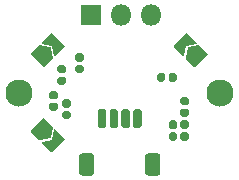
<source format=gts>
G04 #@! TF.GenerationSoftware,KiCad,Pcbnew,(5.1.6-0-10_14)*
G04 #@! TF.CreationDate,2021-04-09T22:44:30+02:00*
G04 #@! TF.ProjectId,Encoder,456e636f-6465-4722-9e6b-696361645f70,1.1*
G04 #@! TF.SameCoordinates,Original*
G04 #@! TF.FileFunction,Soldermask,Top*
G04 #@! TF.FilePolarity,Negative*
%FSLAX46Y46*%
G04 Gerber Fmt 4.6, Leading zero omitted, Abs format (unit mm)*
G04 Created by KiCad (PCBNEW (5.1.6-0-10_14)) date 2021-04-09 22:44:30*
%MOMM*%
%LPD*%
G01*
G04 APERTURE LIST*
%ADD10C,0.100000*%
%ADD11O,1.800000X1.800000*%
%ADD12R,1.800000X1.800000*%
%ADD13C,2.300000*%
G04 APERTURE END LIST*
G36*
G01*
X119338000Y-100066168D02*
X119338000Y-98707832D01*
G75*
G02*
X119608832Y-98437000I270832J0D01*
G01*
X120367168Y-98437000D01*
G75*
G02*
X120638000Y-98707832I0J-270832D01*
G01*
X120638000Y-100066168D01*
G75*
G02*
X120367168Y-100337000I-270832J0D01*
G01*
X119608832Y-100337000D01*
G75*
G02*
X119338000Y-100066168I0J270832D01*
G01*
G37*
G36*
G01*
X113738000Y-100066168D02*
X113738000Y-98707832D01*
G75*
G02*
X114008832Y-98437000I270832J0D01*
G01*
X114767168Y-98437000D01*
G75*
G02*
X115038000Y-98707832I0J-270832D01*
G01*
X115038000Y-100066168D01*
G75*
G02*
X114767168Y-100337000I-270832J0D01*
G01*
X114008832Y-100337000D01*
G75*
G02*
X113738000Y-100066168I0J270832D01*
G01*
G37*
G36*
G01*
X118338000Y-96162000D02*
X118338000Y-94862000D01*
G75*
G02*
X118513000Y-94687000I175000J0D01*
G01*
X118863000Y-94687000D01*
G75*
G02*
X119038000Y-94862000I0J-175000D01*
G01*
X119038000Y-96162000D01*
G75*
G02*
X118863000Y-96337000I-175000J0D01*
G01*
X118513000Y-96337000D01*
G75*
G02*
X118338000Y-96162000I0J175000D01*
G01*
G37*
G36*
G01*
X117338000Y-96162000D02*
X117338000Y-94862000D01*
G75*
G02*
X117513000Y-94687000I175000J0D01*
G01*
X117863000Y-94687000D01*
G75*
G02*
X118038000Y-94862000I0J-175000D01*
G01*
X118038000Y-96162000D01*
G75*
G02*
X117863000Y-96337000I-175000J0D01*
G01*
X117513000Y-96337000D01*
G75*
G02*
X117338000Y-96162000I0J175000D01*
G01*
G37*
G36*
G01*
X116338000Y-96162000D02*
X116338000Y-94862000D01*
G75*
G02*
X116513000Y-94687000I175000J0D01*
G01*
X116863000Y-94687000D01*
G75*
G02*
X117038000Y-94862000I0J-175000D01*
G01*
X117038000Y-96162000D01*
G75*
G02*
X116863000Y-96337000I-175000J0D01*
G01*
X116513000Y-96337000D01*
G75*
G02*
X116338000Y-96162000I0J175000D01*
G01*
G37*
G36*
G01*
X115338000Y-96162000D02*
X115338000Y-94862000D01*
G75*
G02*
X115513000Y-94687000I175000J0D01*
G01*
X115863000Y-94687000D01*
G75*
G02*
X116038000Y-94862000I0J-175000D01*
G01*
X116038000Y-96162000D01*
G75*
G02*
X115863000Y-96337000I-175000J0D01*
G01*
X115513000Y-96337000D01*
G75*
G02*
X115338000Y-96162000I0J175000D01*
G01*
G37*
D10*
G36*
X111513457Y-96194793D02*
G01*
X111518077Y-96203437D01*
X111520923Y-96212817D01*
X111521883Y-96222571D01*
X111520913Y-96232377D01*
X111344136Y-97116261D01*
X111341281Y-97125637D01*
X111336651Y-97134277D01*
X111330425Y-97141847D01*
X111322842Y-97148057D01*
X111314193Y-97152668D01*
X111304913Y-97155484D01*
X110421029Y-97332261D01*
X110411276Y-97333231D01*
X110401520Y-97332281D01*
X110392137Y-97329445D01*
X110383488Y-97324834D01*
X110375868Y-97318587D01*
X109668761Y-96611480D01*
X109662543Y-96603903D01*
X109657923Y-96595259D01*
X109655077Y-96585879D01*
X109654117Y-96576125D01*
X109655077Y-96566371D01*
X109657923Y-96556990D01*
X109662543Y-96548347D01*
X109668761Y-96540769D01*
X110729421Y-95480109D01*
X110736999Y-95473891D01*
X110745642Y-95469271D01*
X110755023Y-95466425D01*
X110764777Y-95465465D01*
X110774531Y-95466425D01*
X110783911Y-95469271D01*
X110792555Y-95473891D01*
X110800132Y-95480109D01*
X111507239Y-96187216D01*
X111513457Y-96194793D01*
G37*
G36*
X112538761Y-97220097D02*
G01*
X112543381Y-97228741D01*
X112546227Y-97238121D01*
X112547187Y-97247875D01*
X112546227Y-97257629D01*
X112543381Y-97267010D01*
X112538761Y-97275653D01*
X112532543Y-97283231D01*
X111471883Y-98343891D01*
X111464305Y-98350109D01*
X111455662Y-98354729D01*
X111446281Y-98357575D01*
X111436527Y-98358535D01*
X111426773Y-98357575D01*
X111417393Y-98354729D01*
X111408749Y-98350109D01*
X111401172Y-98343891D01*
X110587999Y-97530718D01*
X110581781Y-97523141D01*
X110577161Y-97514497D01*
X110574315Y-97505117D01*
X110573355Y-97495363D01*
X110574315Y-97485609D01*
X110577161Y-97476228D01*
X110581781Y-97467585D01*
X110587999Y-97460007D01*
X110595577Y-97453789D01*
X110604220Y-97449169D01*
X110613548Y-97446333D01*
X111464746Y-97276094D01*
X111634985Y-96424896D01*
X111637841Y-96415520D01*
X111642471Y-96406881D01*
X111648696Y-96399310D01*
X111656280Y-96393100D01*
X111664928Y-96388489D01*
X111674312Y-96385653D01*
X111684067Y-96384703D01*
X111693821Y-96385673D01*
X111703197Y-96388528D01*
X111711837Y-96393159D01*
X111719370Y-96399347D01*
X112532543Y-97212520D01*
X112538761Y-97220097D01*
G37*
G36*
X122775195Y-90429207D02*
G01*
X122770575Y-90420563D01*
X122767729Y-90411183D01*
X122766769Y-90401429D01*
X122767739Y-90391623D01*
X122944516Y-89507739D01*
X122947371Y-89498363D01*
X122952001Y-89489723D01*
X122958227Y-89482153D01*
X122965810Y-89475943D01*
X122974459Y-89471332D01*
X122983739Y-89468516D01*
X123867623Y-89291739D01*
X123877376Y-89290769D01*
X123887132Y-89291719D01*
X123896515Y-89294555D01*
X123905164Y-89299166D01*
X123912784Y-89305413D01*
X124619891Y-90012520D01*
X124626109Y-90020097D01*
X124630729Y-90028741D01*
X124633575Y-90038121D01*
X124634535Y-90047875D01*
X124633575Y-90057629D01*
X124630729Y-90067010D01*
X124626109Y-90075653D01*
X124619891Y-90083231D01*
X123559231Y-91143891D01*
X123551653Y-91150109D01*
X123543010Y-91154729D01*
X123533629Y-91157575D01*
X123523875Y-91158535D01*
X123514121Y-91157575D01*
X123504741Y-91154729D01*
X123496097Y-91150109D01*
X123488520Y-91143891D01*
X122781413Y-90436784D01*
X122775195Y-90429207D01*
G37*
G36*
X121749891Y-89403903D02*
G01*
X121745271Y-89395259D01*
X121742425Y-89385879D01*
X121741465Y-89376125D01*
X121742425Y-89366371D01*
X121745271Y-89356990D01*
X121749891Y-89348347D01*
X121756109Y-89340769D01*
X122816769Y-88280109D01*
X122824347Y-88273891D01*
X122832990Y-88269271D01*
X122842371Y-88266425D01*
X122852125Y-88265465D01*
X122861879Y-88266425D01*
X122871259Y-88269271D01*
X122879903Y-88273891D01*
X122887480Y-88280109D01*
X123700653Y-89093282D01*
X123706871Y-89100859D01*
X123711491Y-89109503D01*
X123714337Y-89118883D01*
X123715297Y-89128637D01*
X123714337Y-89138391D01*
X123711491Y-89147772D01*
X123706871Y-89156415D01*
X123700653Y-89163993D01*
X123693075Y-89170211D01*
X123684432Y-89174831D01*
X123675104Y-89177667D01*
X122823906Y-89347906D01*
X122653667Y-90199104D01*
X122650811Y-90208480D01*
X122646181Y-90217119D01*
X122639956Y-90224690D01*
X122632372Y-90230900D01*
X122623724Y-90235511D01*
X122614340Y-90238347D01*
X122604585Y-90239297D01*
X122594831Y-90238327D01*
X122585455Y-90235472D01*
X122576815Y-90230841D01*
X122569282Y-90224653D01*
X121756109Y-89411480D01*
X121749891Y-89403903D01*
G37*
G36*
X110383445Y-89286543D02*
G01*
X110392089Y-89281923D01*
X110401469Y-89279077D01*
X110411223Y-89278117D01*
X110421029Y-89279087D01*
X111304913Y-89455864D01*
X111314289Y-89458719D01*
X111322929Y-89463349D01*
X111330499Y-89469575D01*
X111336709Y-89477158D01*
X111341320Y-89485807D01*
X111344136Y-89495087D01*
X111520913Y-90378971D01*
X111521883Y-90388724D01*
X111520933Y-90398480D01*
X111518097Y-90407863D01*
X111513486Y-90416512D01*
X111507239Y-90424132D01*
X110800132Y-91131239D01*
X110792555Y-91137457D01*
X110783911Y-91142077D01*
X110774531Y-91144923D01*
X110764777Y-91145883D01*
X110755023Y-91144923D01*
X110745642Y-91142077D01*
X110736999Y-91137457D01*
X110729421Y-91131239D01*
X109668761Y-90070579D01*
X109662543Y-90063001D01*
X109657923Y-90054358D01*
X109655077Y-90044977D01*
X109654117Y-90035223D01*
X109655077Y-90025469D01*
X109657923Y-90016089D01*
X109662543Y-90007445D01*
X109668761Y-89999868D01*
X110375868Y-89292761D01*
X110383445Y-89286543D01*
G37*
G36*
X111408749Y-88261239D02*
G01*
X111417393Y-88256619D01*
X111426773Y-88253773D01*
X111436527Y-88252813D01*
X111446281Y-88253773D01*
X111455662Y-88256619D01*
X111464305Y-88261239D01*
X111471883Y-88267457D01*
X112532543Y-89328117D01*
X112538761Y-89335695D01*
X112543381Y-89344338D01*
X112546227Y-89353719D01*
X112547187Y-89363473D01*
X112546227Y-89373227D01*
X112543381Y-89382607D01*
X112538761Y-89391251D01*
X112532543Y-89398828D01*
X111719370Y-90212001D01*
X111711793Y-90218219D01*
X111703149Y-90222839D01*
X111693769Y-90225685D01*
X111684015Y-90226645D01*
X111674261Y-90225685D01*
X111664880Y-90222839D01*
X111656237Y-90218219D01*
X111648659Y-90212001D01*
X111642441Y-90204423D01*
X111637821Y-90195780D01*
X111634985Y-90186452D01*
X111464746Y-89335254D01*
X110613548Y-89165015D01*
X110604172Y-89162159D01*
X110595533Y-89157529D01*
X110587962Y-89151304D01*
X110581752Y-89143720D01*
X110577141Y-89135072D01*
X110574305Y-89125688D01*
X110573355Y-89115933D01*
X110574325Y-89106179D01*
X110577180Y-89096803D01*
X110581811Y-89088163D01*
X110587999Y-89080630D01*
X111401172Y-88267457D01*
X111408749Y-88261239D01*
G37*
D11*
X119828000Y-86712000D03*
X117288000Y-86712000D03*
D12*
X114748000Y-86712000D03*
G36*
G01*
X122048000Y-95814500D02*
X122048000Y-96209500D01*
G75*
G02*
X121875500Y-96382000I-172500J0D01*
G01*
X121530500Y-96382000D01*
G75*
G02*
X121358000Y-96209500I0J172500D01*
G01*
X121358000Y-95814500D01*
G75*
G02*
X121530500Y-95642000I172500J0D01*
G01*
X121875500Y-95642000D01*
G75*
G02*
X122048000Y-95814500I0J-172500D01*
G01*
G37*
G36*
G01*
X123018000Y-95814500D02*
X123018000Y-96209500D01*
G75*
G02*
X122845500Y-96382000I-172500J0D01*
G01*
X122500500Y-96382000D01*
G75*
G02*
X122328000Y-96209500I0J172500D01*
G01*
X122328000Y-95814500D01*
G75*
G02*
X122500500Y-95642000I172500J0D01*
G01*
X122845500Y-95642000D01*
G75*
G02*
X123018000Y-95814500I0J-172500D01*
G01*
G37*
G36*
G01*
X122328000Y-97209500D02*
X122328000Y-96814500D01*
G75*
G02*
X122500500Y-96642000I172500J0D01*
G01*
X122845500Y-96642000D01*
G75*
G02*
X123018000Y-96814500I0J-172500D01*
G01*
X123018000Y-97209500D01*
G75*
G02*
X122845500Y-97382000I-172500J0D01*
G01*
X122500500Y-97382000D01*
G75*
G02*
X122328000Y-97209500I0J172500D01*
G01*
G37*
G36*
G01*
X121358000Y-97209500D02*
X121358000Y-96814500D01*
G75*
G02*
X121530500Y-96642000I172500J0D01*
G01*
X121875500Y-96642000D01*
G75*
G02*
X122048000Y-96814500I0J-172500D01*
G01*
X122048000Y-97209500D01*
G75*
G02*
X121875500Y-97382000I-172500J0D01*
G01*
X121530500Y-97382000D01*
G75*
G02*
X121358000Y-97209500I0J172500D01*
G01*
G37*
D13*
X108688000Y-93312000D03*
X125688000Y-93312000D03*
G36*
G01*
X111390500Y-94152000D02*
X111785500Y-94152000D01*
G75*
G02*
X111958000Y-94324500I0J-172500D01*
G01*
X111958000Y-94669500D01*
G75*
G02*
X111785500Y-94842000I-172500J0D01*
G01*
X111390500Y-94842000D01*
G75*
G02*
X111218000Y-94669500I0J172500D01*
G01*
X111218000Y-94324500D01*
G75*
G02*
X111390500Y-94152000I172500J0D01*
G01*
G37*
G36*
G01*
X111390500Y-93182000D02*
X111785500Y-93182000D01*
G75*
G02*
X111958000Y-93354500I0J-172500D01*
G01*
X111958000Y-93699500D01*
G75*
G02*
X111785500Y-93872000I-172500J0D01*
G01*
X111390500Y-93872000D01*
G75*
G02*
X111218000Y-93699500I0J172500D01*
G01*
X111218000Y-93354500D01*
G75*
G02*
X111390500Y-93182000I172500J0D01*
G01*
G37*
G36*
G01*
X112485500Y-91672000D02*
X112090500Y-91672000D01*
G75*
G02*
X111918000Y-91499500I0J172500D01*
G01*
X111918000Y-91154500D01*
G75*
G02*
X112090500Y-90982000I172500J0D01*
G01*
X112485500Y-90982000D01*
G75*
G02*
X112658000Y-91154500I0J-172500D01*
G01*
X112658000Y-91499500D01*
G75*
G02*
X112485500Y-91672000I-172500J0D01*
G01*
G37*
G36*
G01*
X112485500Y-92642000D02*
X112090500Y-92642000D01*
G75*
G02*
X111918000Y-92469500I0J172500D01*
G01*
X111918000Y-92124500D01*
G75*
G02*
X112090500Y-91952000I172500J0D01*
G01*
X112485500Y-91952000D01*
G75*
G02*
X112658000Y-92124500I0J-172500D01*
G01*
X112658000Y-92469500D01*
G75*
G02*
X112485500Y-92642000I-172500J0D01*
G01*
G37*
G36*
G01*
X112490500Y-94852000D02*
X112885500Y-94852000D01*
G75*
G02*
X113058000Y-95024500I0J-172500D01*
G01*
X113058000Y-95369500D01*
G75*
G02*
X112885500Y-95542000I-172500J0D01*
G01*
X112490500Y-95542000D01*
G75*
G02*
X112318000Y-95369500I0J172500D01*
G01*
X112318000Y-95024500D01*
G75*
G02*
X112490500Y-94852000I172500J0D01*
G01*
G37*
G36*
G01*
X112490500Y-93882000D02*
X112885500Y-93882000D01*
G75*
G02*
X113058000Y-94054500I0J-172500D01*
G01*
X113058000Y-94399500D01*
G75*
G02*
X112885500Y-94572000I-172500J0D01*
G01*
X112490500Y-94572000D01*
G75*
G02*
X112318000Y-94399500I0J172500D01*
G01*
X112318000Y-94054500D01*
G75*
G02*
X112490500Y-93882000I172500J0D01*
G01*
G37*
G36*
G01*
X113590500Y-90952000D02*
X113985500Y-90952000D01*
G75*
G02*
X114158000Y-91124500I0J-172500D01*
G01*
X114158000Y-91469500D01*
G75*
G02*
X113985500Y-91642000I-172500J0D01*
G01*
X113590500Y-91642000D01*
G75*
G02*
X113418000Y-91469500I0J172500D01*
G01*
X113418000Y-91124500D01*
G75*
G02*
X113590500Y-90952000I172500J0D01*
G01*
G37*
G36*
G01*
X113590500Y-89982000D02*
X113985500Y-89982000D01*
G75*
G02*
X114158000Y-90154500I0J-172500D01*
G01*
X114158000Y-90499500D01*
G75*
G02*
X113985500Y-90672000I-172500J0D01*
G01*
X113590500Y-90672000D01*
G75*
G02*
X113418000Y-90499500I0J172500D01*
G01*
X113418000Y-90154500D01*
G75*
G02*
X113590500Y-89982000I172500J0D01*
G01*
G37*
G36*
G01*
X121328000Y-92209500D02*
X121328000Y-91814500D01*
G75*
G02*
X121500500Y-91642000I172500J0D01*
G01*
X121845500Y-91642000D01*
G75*
G02*
X122018000Y-91814500I0J-172500D01*
G01*
X122018000Y-92209500D01*
G75*
G02*
X121845500Y-92382000I-172500J0D01*
G01*
X121500500Y-92382000D01*
G75*
G02*
X121328000Y-92209500I0J172500D01*
G01*
G37*
G36*
G01*
X120358000Y-92209500D02*
X120358000Y-91814500D01*
G75*
G02*
X120530500Y-91642000I172500J0D01*
G01*
X120875500Y-91642000D01*
G75*
G02*
X121048000Y-91814500I0J-172500D01*
G01*
X121048000Y-92209500D01*
G75*
G02*
X120875500Y-92382000I-172500J0D01*
G01*
X120530500Y-92382000D01*
G75*
G02*
X120358000Y-92209500I0J172500D01*
G01*
G37*
G36*
G01*
X122490500Y-94652000D02*
X122885500Y-94652000D01*
G75*
G02*
X123058000Y-94824500I0J-172500D01*
G01*
X123058000Y-95169500D01*
G75*
G02*
X122885500Y-95342000I-172500J0D01*
G01*
X122490500Y-95342000D01*
G75*
G02*
X122318000Y-95169500I0J172500D01*
G01*
X122318000Y-94824500D01*
G75*
G02*
X122490500Y-94652000I172500J0D01*
G01*
G37*
G36*
G01*
X122490500Y-93682000D02*
X122885500Y-93682000D01*
G75*
G02*
X123058000Y-93854500I0J-172500D01*
G01*
X123058000Y-94199500D01*
G75*
G02*
X122885500Y-94372000I-172500J0D01*
G01*
X122490500Y-94372000D01*
G75*
G02*
X122318000Y-94199500I0J172500D01*
G01*
X122318000Y-93854500D01*
G75*
G02*
X122490500Y-93682000I172500J0D01*
G01*
G37*
M02*

</source>
